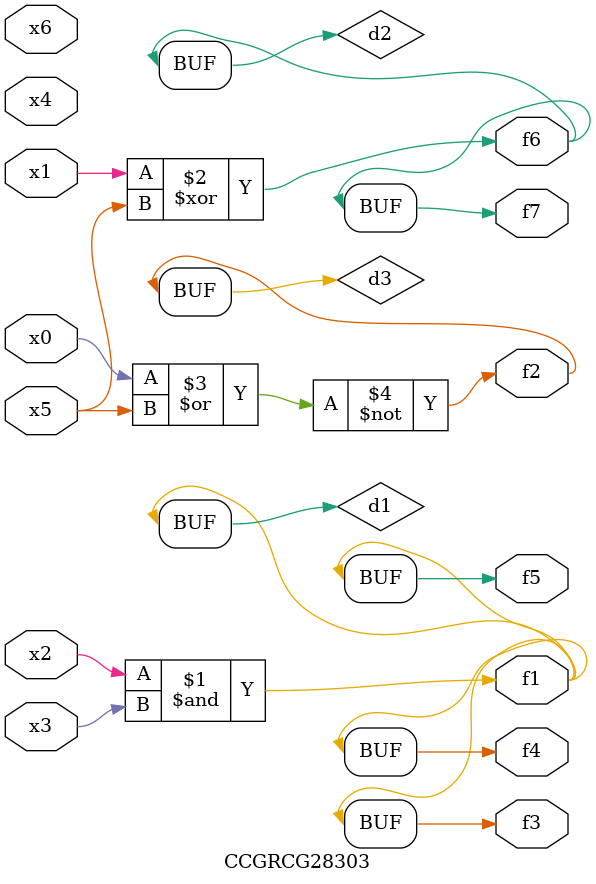
<source format=v>
module CCGRCG28303(
	input x0, x1, x2, x3, x4, x5, x6,
	output f1, f2, f3, f4, f5, f6, f7
);

	wire d1, d2, d3;

	and (d1, x2, x3);
	xor (d2, x1, x5);
	nor (d3, x0, x5);
	assign f1 = d1;
	assign f2 = d3;
	assign f3 = d1;
	assign f4 = d1;
	assign f5 = d1;
	assign f6 = d2;
	assign f7 = d2;
endmodule

</source>
